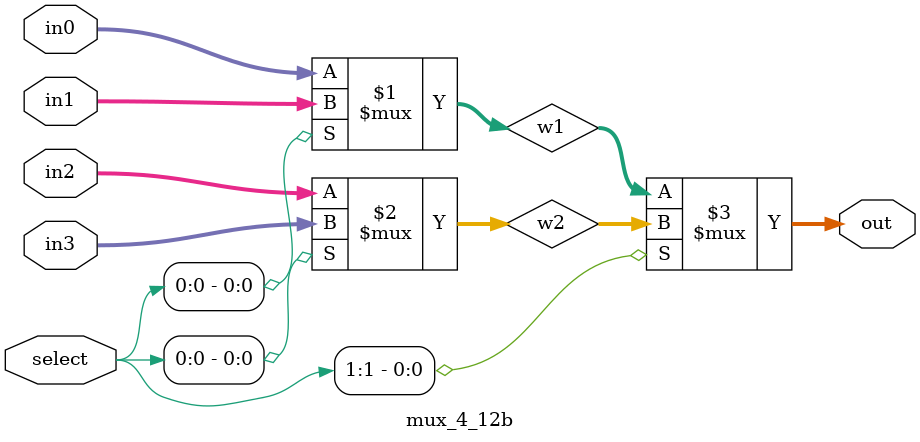
<source format=v>
module mux_4_12b(out, select, in0, in1, in2, in3);

    input [1:0] select;
    input [11:0] in0, in1, in2, in3;
    output [11:0] out;
    wire [11:0] w1, w2;

    assign w1 = select[0] ? in1 : in0;
    assign w2 = select[0] ? in3 : in2;
    assign out = select[1] ? w2 : w1;

endmodule
</source>
